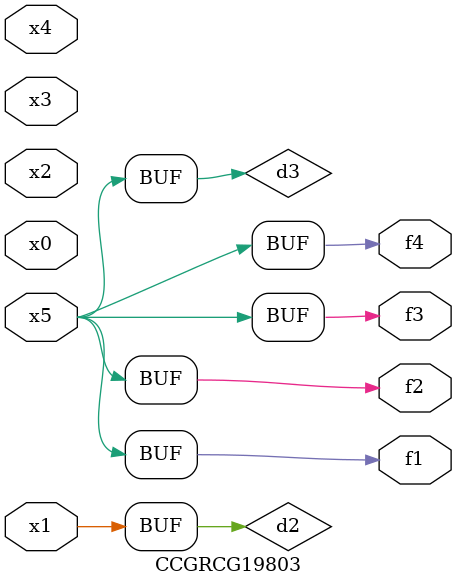
<source format=v>
module CCGRCG19803(
	input x0, x1, x2, x3, x4, x5,
	output f1, f2, f3, f4
);

	wire d1, d2, d3;

	not (d1, x5);
	or (d2, x1);
	xnor (d3, d1);
	assign f1 = d3;
	assign f2 = d3;
	assign f3 = d3;
	assign f4 = d3;
endmodule

</source>
